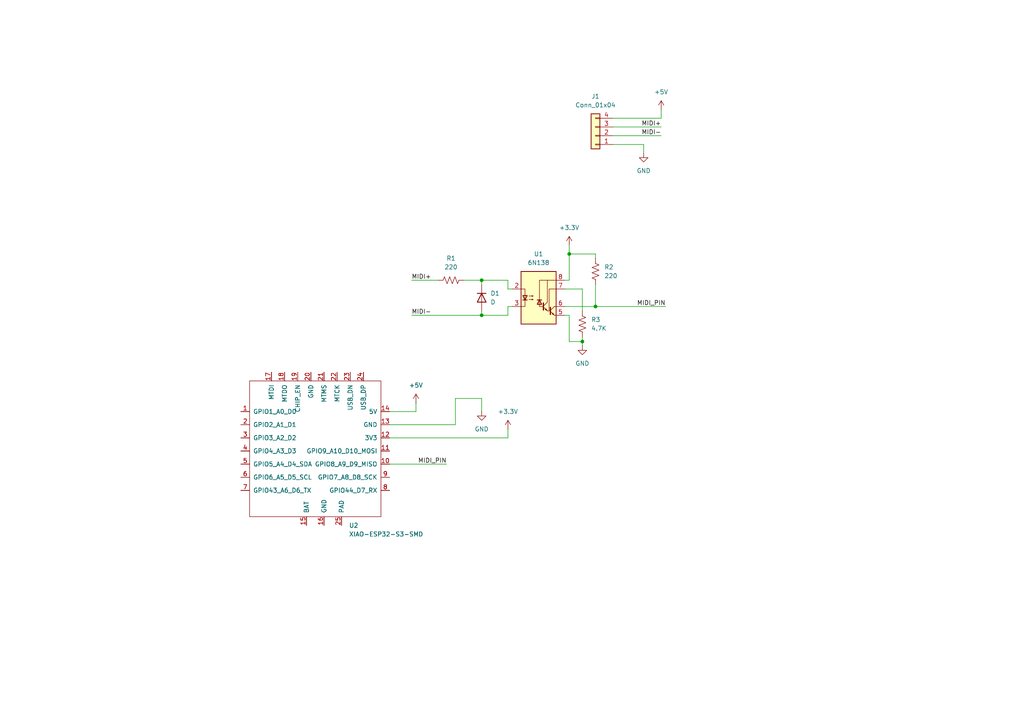
<source format=kicad_sch>
(kicad_sch (version 20250114) (generator "eeschema") (generator_version "9.0")
  (paper "A4")
  (lib_symbols
    (symbol "Connector_Generic:Conn_01x04" (pin_names (offset 1.016) (hide yes))
      (property "Reference" "J" (at 0 5.08 0))
      (property "Value" "Conn_01x04" (at 0 -7.62 0))
      (symbol "Conn_01x04_1_1"
        (rectangle (start -1.27 3.81) (end 1.27 -6.35) (stroke (width 0.254)) (fill (type background)))
        (rectangle (start -1.27 2.667) (end 0 2.413) (stroke (width 0.1524)))
        (rectangle (start -1.27 0.127) (end 0 -0.127) (stroke (width 0.1524)))
        (rectangle (start -1.27 -2.413) (end 0 -2.667) (stroke (width 0.1524)))
        (rectangle (start -1.27 -4.953) (end 0 -5.207) (stroke (width 0.1524)))
        (pin passive line (at -5.08 2.54 0) (length 3.81) (name "Pin_1") (number "1"))
        (pin passive line (at -5.08 0 0) (length 3.81) (name "Pin_2") (number "2"))
        (pin passive line (at -5.08 -2.54 0) (length 3.81) (name "Pin_3") (number "3"))
        (pin passive line (at -5.08 -5.08 0) (length 3.81) (name "Pin_4") (number "4"))
      )
    )
    (symbol "Device:D" (pin_numbers (hide yes)) (pin_names (offset 1.016) (hide yes))
      (property "Reference" "D" (at 0 2.54 0))
      (property "Value" "D" (at 0 -2.54 0))
      (symbol "D_0_1"
        (polyline (pts (xy -1.27 1.27) (xy -1.27 -1.27)) (stroke (width 0.254)))
        (polyline (pts (xy 1.27 1.27) (xy 1.27 -1.27) (xy -1.27 0) (xy 1.27 1.27)) (stroke (width 0.254)))
        (polyline (pts (xy 1.27 0) (xy -1.27 0)))
      )
      (symbol "D_1_1"
        (pin passive line (at -3.81 0 0) (length 2.54) (name "K") (number "1"))
        (pin passive line (at 3.81 0 180) (length 2.54) (name "A") (number "2"))
      )
    )
    (symbol "Device:R_US" (pin_numbers (hide yes)) (pin_names (offset 0))
      (property "Reference" "R" (at 2.54 0 90))
      (property "Value" "R_US" (at -2.54 0 90))
      (symbol "R_US_0_1"
        (polyline (pts (xy 0 2.286) (xy 0 2.54)))
        (polyline (pts (xy 0 2.286) (xy 1.016 1.905) (xy 0 1.524) (xy -1.016 1.143) (xy 0 0.762)))
        (polyline (pts (xy 0 0.762) (xy 1.016 0.381) (xy 0 0) (xy -1.016 -0.381) (xy 0 -0.762)))
        (polyline (pts (xy 0 -0.762) (xy 1.016 -1.143) (xy 0 -1.524) (xy -1.016 -1.905) (xy 0 -2.286)))
        (polyline (pts (xy 0 -2.286) (xy 0 -2.54)))
      )
      (symbol "R_US_1_1"
        (pin passive line (at 0 3.81 270) (length 1.27) (name "~") (number "1"))
        (pin passive line (at 0 -3.81 90) (length 1.27) (name "~") (number "2"))
      )
    )
    (symbol "Isolator:6N138" (pin_names (offset 1.016) (hide yes))
      (property "Reference" "U" (at -4.064 8.89 0))
      (property "Value" "6N138" (at 2.286 8.89 0))
      (symbol "6N138_0_1"
        (rectangle (start -5.08 7.62) (end 5.08 -7.62) (stroke (width 0.254)) (fill (type background)))
        (polyline (pts (xy -5.08 -2.54) (xy -3.937 -2.54) (xy -3.937 2.54) (xy -5.08 2.54)))
        (polyline (pts (xy -4.572 -0.635) (xy -3.302 -0.635)) (stroke (width 0.254)))
        (polyline (pts (xy -3.937 -0.635) (xy -4.572 0.635) (xy -3.302 0.635) (xy -3.937 -0.635)) (stroke (width 0.254)))
        (polyline (pts (xy -2.794 0.508) (xy -1.524 0.508) (xy -1.905 0.381) (xy -1.905 0.635) (xy -1.524 0.508)))
        (polyline (pts (xy -2.794 -0.508) (xy -1.524 -0.508) (xy -1.905 -0.635) (xy -1.905 -0.381) (xy -1.524 -0.508)))
        (polyline (pts (xy 0.254 -0.635) (xy 0.889 -1.905) (xy -0.381 -1.905) (xy 0.254 -0.635)) (stroke (width 0.254)))
        (polyline (pts (xy 0.889 -0.635) (xy -0.381 -0.635)) (stroke (width 0.254)))
        (polyline (pts (xy 1.27 -2.54) (xy 0.254 -2.54) (xy 0.254 5.08) (xy 2.54 5.08)))
        (polyline (pts (xy 1.397 -1.524) (xy 1.397 -3.556) (xy 1.397 -3.556)) (stroke (width 0.3556)))
        (polyline (pts (xy 1.397 -2.413) (xy 2.54 -1.27)))
        (polyline (pts (xy 1.397 -2.667) (xy 2.54 -3.81)))
        (polyline (pts (xy 2.413 -3.683) (xy 2.159 -3.175) (xy 1.905 -3.429) (xy 2.413 -3.683)))
        (polyline (pts (xy 2.54 -1.27) (xy 2.54 5.08) (xy 5.08 5.08)))
        (polyline (pts (xy 2.54 -3.81) (xy 3.175 -3.81)))
        (polyline (pts (xy 3.429 -2.794) (xy 3.429 -4.826) (xy 3.429 -4.826)) (stroke (width 0.3556)))
        (polyline (pts (xy 3.429 -3.683) (xy 4.572 -2.54)))
        (polyline (pts (xy 3.429 -3.937) (xy 4.572 -5.08)))
        (polyline (pts (xy 4.445 -4.953) (xy 4.191 -4.445) (xy 3.937 -4.699) (xy 4.445 -4.953)))
        (polyline (pts (xy 4.572 -2.54) (xy 5.08 -2.54)))
        (polyline (pts (xy 4.572 -5.08) (xy 5.08 -5.08)))
        (polyline (pts (xy 5.08 2.54) (xy 3.048 2.54) (xy 3.048 -3.81)))
      )
      (symbol "6N138_1_1"
        (pin passive line (at -7.62 2.54 0) (length 2.54) (name "C1") (number "2"))
        (pin passive line (at -7.62 -2.54 0) (length 2.54) (name "C2") (number "3"))
        (pin no_connect line (at -5.08 5.08 0) (length 2.54) (hide yes) (name "NC") (number "1"))
        (pin no_connect line (at -5.08 -5.08 0) (length 2.54) (hide yes) (name "NC") (number "4"))
        (pin passive line (at 7.62 5.08 180) (length 2.54) (name "VCC") (number "8"))
        (pin passive line (at 7.62 2.54 180) (length 2.54) (name "VO1") (number "7"))
        (pin passive line (at 7.62 -2.54 180) (length 2.54) (name "VO2") (number "6"))
        (pin passive line (at 7.62 -5.08 180) (length 2.54) (name "GND") (number "5"))
      )
    )
    (symbol "Seeed_Studio_XIAO_Series:XIAO-ESP32-S3-SMD" (pin_names (offset 1.016))
      (property "Reference" "U" (at -18.542 23.114 0))
      (property "Value" "XIAO-ESP32-S3-SMD" (at -8.382 21.336 0))
      (symbol "XIAO-ESP32-S3-SMD_0_1"
        (rectangle (start 19.05 -19.05) (end -19.05 20.32))
      )
      (symbol "XIAO-ESP32-S3-SMD_1_1"
        (pin passive line (at -21.59 11.43 0) (length 2.54) (name "GPIO1_A0_D0") (number "1"))
        (pin passive line (at -21.59 7.62 0) (length 2.54) (name "GPIO2_A1_D1") (number "2"))
        (pin passive line (at -21.59 3.81 0) (length 2.54) (name "GPIO3_A2_D2") (number "3"))
        (pin passive line (at -21.59 0 0) (length 2.54) (name "GPIO4_A3_D3") (number "4"))
        (pin passive line (at -21.59 -3.81 0) (length 2.54) (name "GPIO5_A4_D4_SDA") (number "5"))
        (pin passive line (at -21.59 -7.62 0) (length 2.54) (name "GPIO6_A5_D5_SCL") (number "6"))
        (pin passive line (at -21.59 -11.43 0) (length 2.54) (name "GPIO43_A6_D6_TX") (number "7"))
        (pin passive line (at -12.7 22.86 270) (length 2.54) (name "MTDI") (number "17"))
        (pin passive line (at -8.89 22.86 270) (length 2.54) (name "MTDO") (number "18"))
        (pin passive line (at -5.08 22.86 270) (length 2.54) (name "CHIP_EN") (number "19"))
        (pin passive line (at -2.54 -21.59 90) (length 2.54) (name "BAT") (number "15"))
        (pin passive line (at -1.27 22.86 270) (length 2.54) (name "GND") (number "20"))
        (pin passive line (at 2.54 22.86 270) (length 2.54) (name "MTMS") (number "21"))
        (pin passive line (at 2.54 -21.59 90) (length 2.54) (name "GND") (number "16"))
        (pin passive line (at 6.35 22.86 270) (length 2.54) (name "MTCK") (number "22"))
        (pin passive line (at 7.62 -21.59 90) (length 2.54) (name "PAD") (number "25"))
        (pin passive line (at 10.16 22.86 270) (length 2.54) (name "USB_DN") (number "23"))
        (pin passive line (at 13.97 22.86 270) (length 2.54) (name "USB_DP") (number "24"))
        (pin passive line (at 21.59 11.43 180) (length 2.54) (name "5V") (number "14"))
        (pin passive line (at 21.59 7.62 180) (length 2.54) (name "GND") (number "13"))
        (pin passive line (at 21.59 3.81 180) (length 2.54) (name "3V3") (number "12"))
        (pin passive line (at 21.59 0 180) (length 2.54) (name "GPIO9_A10_D10_MOSI") (number "11"))
        (pin passive line (at 21.59 -3.81 180) (length 2.54) (name "GPIO8_A9_D9_MISO") (number "10"))
        (pin passive line (at 21.59 -7.62 180) (length 2.54) (name "GPIO7_A8_D8_SCK") (number "9"))
        (pin passive line (at 21.59 -11.43 180) (length 2.54) (name "GPIO44_D7_RX") (number "8"))
      )
    )
    (symbol "power:+3.3V" (power) (pin_numbers (hide yes)) (pin_names (offset 0) (hide yes))
      (property "Value" "+3.3V" (at 0 3.556 0))
      (symbol "+3.3V_0_1"
        (polyline (pts (xy -0.762 1.27) (xy 0 2.54)))
        (polyline (pts (xy 0 2.54) (xy 0.762 1.27)))
        (polyline (pts (xy 0 0) (xy 0 2.54)))
      )
      (symbol "+3.3V_1_1"
        (pin power_in line (at 0 0 90) (length 0) (name "~") (number "1"))
      )
    )
    (symbol "power:+5V" (power) (pin_numbers (hide yes)) (pin_names (offset 0) (hide yes))
      (property "Value" "+5V" (at 0 3.556 0))
      (symbol "+5V_0_1"
        (polyline (pts (xy -0.762 1.27) (xy 0 2.54)))
        (polyline (pts (xy 0 2.54) (xy 0.762 1.27)))
        (polyline (pts (xy 0 0) (xy 0 2.54)))
      )
      (symbol "+5V_1_1"
        (pin power_in line (at 0 0 90) (length 0) (name "~") (number "1"))
      )
    )
    (symbol "power:GND" (power) (pin_numbers (hide yes)) (pin_names (offset 0) (hide yes))
      (property "Value" "GND" (at 0 -3.81 0))
      (symbol "GND_0_1"
        (polyline (pts (xy 0 0) (xy 0 -1.27) (xy 1.27 -1.27) (xy 0 -2.54) (xy -1.27 -1.27) (xy 0 -1.27)))
      )
      (symbol "GND_1_1"
        (pin power_in line (at 0 0 270) (length 0) (name "~") (number "1"))
      )
    )
  )
  (junction (at 165.1 73.66))
  (junction (at 168.91 99.06))
  (junction (at 139.7 81.28))
  (junction (at 139.7 91.44))
  (junction (at 172.72 88.9))
  (wire (pts (xy 172.72 82.55) (xy 172.72 88.9)))
  (wire (pts (xy 147.32 83.82) (xy 147.32 81.28)))
  (wire (pts (xy 165.1 73.66) (xy 172.72 73.66)))
  (wire (pts (xy 132.08 123.19) (xy 132.08 115.57)))
  (wire (pts (xy 147.32 91.44) (xy 139.7 91.44)))
  (wire (pts (xy 139.7 115.57) (xy 139.7 119.38)))
  (wire (pts (xy 165.1 71.12) (xy 165.1 73.66)))
  (wire (pts (xy 165.1 99.06) (xy 168.91 99.06)))
  (wire (pts (xy 177.8 39.37) (xy 191.77 39.37)))
  (wire (pts (xy 163.83 88.9) (xy 172.72 88.9)))
  (wire (pts (xy 147.32 88.9) (xy 147.32 91.44)))
  (wire (pts (xy 148.59 83.82) (xy 147.32 83.82)))
  (wire (pts (xy 163.83 83.82) (xy 168.91 83.82)))
  (wire (pts (xy 168.91 83.82) (xy 168.91 90.17)))
  (wire (pts (xy 113.03 134.62) (xy 129.54 134.62)))
  (wire (pts (xy 139.7 91.44) (xy 139.7 90.17)))
  (wire (pts (xy 113.03 127) (xy 147.32 127)))
  (wire (pts (xy 113.03 119.38) (xy 120.65 119.38)))
  (wire (pts (xy 165.1 81.28) (xy 163.83 81.28)))
  (wire (pts (xy 165.1 91.44) (xy 165.1 99.06)))
  (wire (pts (xy 186.69 41.91) (xy 177.8 41.91)))
  (wire (pts (xy 119.38 81.28) (xy 127 81.28)))
  (wire (pts (xy 148.59 88.9) (xy 147.32 88.9)))
  (wire (pts (xy 172.72 88.9) (xy 193.04 88.9)))
  (wire (pts (xy 147.32 81.28) (xy 139.7 81.28)))
  (wire (pts (xy 186.69 44.45) (xy 186.69 41.91)))
  (wire (pts (xy 168.91 99.06) (xy 168.91 100.33)))
  (wire (pts (xy 119.38 91.44) (xy 139.7 91.44)))
  (wire (pts (xy 132.08 115.57) (xy 139.7 115.57)))
  (wire (pts (xy 120.65 119.38) (xy 120.65 116.84)))
  (wire (pts (xy 147.32 127) (xy 147.32 124.46)))
  (wire (pts (xy 139.7 81.28) (xy 139.7 82.55)))
  (wire (pts (xy 134.62 81.28) (xy 139.7 81.28)))
  (wire (pts (xy 191.77 34.29) (xy 177.8 34.29)))
  (wire (pts (xy 165.1 73.66) (xy 165.1 81.28)))
  (wire (pts (xy 168.91 97.79) (xy 168.91 99.06)))
  (wire (pts (xy 165.1 91.44) (xy 163.83 91.44)))
  (wire (pts (xy 172.72 74.93) (xy 172.72 73.66)))
  (wire (pts (xy 113.03 123.19) (xy 132.08 123.19)))
  (wire (pts (xy 191.77 31.75) (xy 191.77 34.29)))
  (wire (pts (xy 177.8 36.83) (xy 191.77 36.83)))
  (label "MIDI+" (at 119.38 81.28 0))
  (label "MIDI+" (at 191.77 36.83 180))
  (label "MIDI_PIN" (at 193.04 88.9 180))
  (label "MIDI-" (at 119.38 91.44 0))
  (label "MIDI_PIN" (at 129.54 134.62 180))
  (label "MIDI-" (at 191.77 39.37 180))
  (symbol (lib_id "Device:R_US") (at 172.72 78.74 0) (unit 1)
    (property "Reference" "R2" (at 175.26 77.4699 0) (effects (justify left)))
    (property "Value" "220" (at 175.26 80.0099 0) (effects (justify left)))
    (property "Footprint" "Resistor_THT:R_Axial_DIN0207_L6.3mm_D2.5mm_P7.62mm_Horizontal" (effects (hide yes)))
    (property "Description" "Resistor, US symbol" (effects (hide yes)))
  )
  (symbol (lib_id "power:+5V") (at 120.65 116.84 0) (unit 1)
    (property "Reference" "#PWR07" (effects (hide yes)))
    (property "Value" "+5V" (at 120.65 111.76 0))
    (property "Description" "Power symbol creates a global label with name \"+5V\"" (effects (hide yes)))
  )
  (symbol (lib_id "Device:R_US") (at 168.91 93.98 0) (unit 1)
    (property "Reference" "R3" (at 171.45 92.7099 0) (effects (justify left)))
    (property "Value" "4.7K" (at 171.45 95.2499 0) (effects (justify left)))
    (property "Footprint" "Resistor_THT:R_Axial_DIN0207_L6.3mm_D2.5mm_P7.62mm_Horizontal" (effects (hide yes)))
    (property "Description" "Resistor, US symbol" (effects (hide yes)))
  )
  (symbol (lib_id "power:GND") (at 186.69 44.45 0) (unit 1)
    (property "Reference" "#PWR05" (effects (hide yes)))
    (property "Value" "GND" (at 186.69 49.53 0))
    (property "Description" "Power symbol creates a global label with name \"GND\" , ground" (effects (hide yes)))
  )
  (symbol (lib_id "power:GND") (at 139.7 119.38 0) (unit 1)
    (property "Reference" "#PWR06" (effects (hide yes)))
    (property "Value" "GND" (at 139.7 124.46 0))
    (property "Description" "Power symbol creates a global label with name \"GND\" , ground" (effects (hide yes)))
  )
  (symbol (lib_id "power:+5V") (at 191.77 31.75 0) (unit 1)
    (property "Reference" "#PWR03" (effects (hide yes)))
    (property "Value" "+5V" (at 191.77 26.67 0))
    (property "Description" "Power symbol creates a global label with name \"+5V\"" (effects (hide yes)))
  )
  (symbol (lib_id "power:GND") (at 168.91 100.33 0) (unit 1)
    (property "Reference" "#PWR04" (effects (hide yes)))
    (property "Value" "GND" (at 168.91 105.41 0))
    (property "Description" "Power symbol creates a global label with name \"GND\" , ground" (effects (hide yes)))
  )
  (symbol (lib_id "Device:R_US") (at 130.81 81.28 90) (unit 1)
    (property "Reference" "R1" (at 130.81 74.93 90))
    (property "Value" "220" (at 130.81 77.47 90))
    (property "Footprint" "Resistor_THT:R_Axial_DIN0207_L6.3mm_D2.5mm_P7.62mm_Horizontal" (effects (hide yes)))
    (property "Description" "Resistor, US symbol" (effects (hide yes)))
  )
  (symbol (lib_id "power:+3.3V") (at 147.32 124.46 0) (unit 1)
    (property "Reference" "#PWR08" (effects (hide yes)))
    (property "Value" "+3.3V" (at 147.32 119.38 0))
    (property "Description" "Power symbol creates a global label with name \"+3.3V\"" (effects (hide yes)))
  )
  (symbol (lib_id "Seeed_Studio_XIAO_Series:XIAO-ESP32-S3-SMD") (at 91.44 130.81 0) (unit 1)
    (property "Reference" "U2" (at 101.2033 152.4 0) (effects (justify left)))
    (property "Value" "XIAO-ESP32-S3-SMD" (at 101.2033 154.94 0) (effects (justify left)))
    (property "Footprint" "Seeed Studio XIAO Series Library:XIAO-ESP32S3-SMD" (effects (hide yes)))
  )
  (symbol (lib_id "power:+3.3V") (at 165.1 71.12 0) (unit 1)
    (property "Reference" "#PWR02" (effects (hide yes)))
    (property "Value" "+3.3V" (at 165.1 66.04 0))
    (property "Description" "Power symbol creates a global label with name \"+3.3V\"" (effects (hide yes)))
  )
  (symbol (lib_id "Connector_Generic:Conn_01x04") (at 172.72 39.37 180) (unit 1)
    (property "Reference" "J1" (at 172.72 27.94 0))
    (property "Value" "Conn_01x04" (at 172.72 30.48 0))
    (property "Footprint" "Connector_PinHeader_2.54mm:PinHeader_1x04_P2.54mm_Horizontal" (effects (hide yes)))
    (property "Description" "Generic connector, single row, 01x04, script generated (kicad-library-utils/schlib/autogen/connector/)" (effects (hide yes)))
  )
  (symbol (lib_id "Isolator:6N138") (at 156.21 86.36 0) (unit 1)
    (property "Reference" "U1" (at 156.21 73.66 0))
    (property "Value" "6N138" (at 156.21 76.2 0))
    (property "Footprint" "Package_DIP:DIP-8_W7.62mm_Socket_LongPads" (effects (hide yes)))
    (property "Datasheet" "http://www.onsemi.com/pub/Collateral/HCPL2731-D.pdf" (effects (hide yes)))
    (property "Description" "Low Input Current high Gain Split Darlington Optocouplers, -0.5V to 7V VDD, DIP-8" (effects (hide yes)))
  )
  (symbol (lib_id "Device:D") (at 139.7 86.36 270) (unit 1)
    (property "Reference" "D1" (at 142.24 85.0899 90) (effects (justify left)))
    (property "Value" "D" (at 142.24 87.6299 90) (effects (justify left)))
    (property "Footprint" "Resistor_THT:R_Axial_DIN0207_L6.3mm_D2.5mm_P7.62mm_Horizontal" (effects (hide yes)))
    (property "Description" "Diode" (effects (hide yes)))
    (property "Sim.Device" "D" (effects (hide yes)))
    (property "Sim.Pins" "1=K 2=A" (effects (hide yes)))
  )
)
</source>
